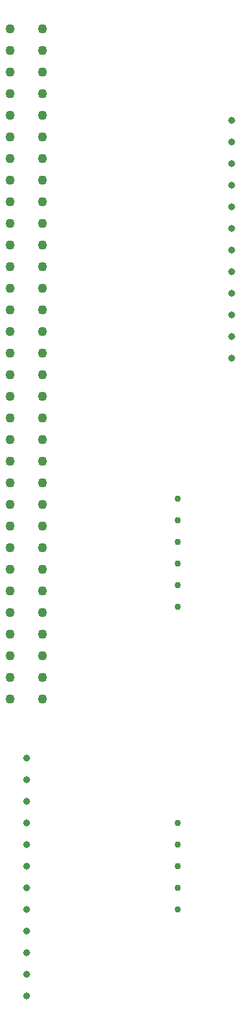
<source format=gbr>
G04 start of page 9 for group -1 layer_idx 268435462 *
G04 Title: (unknown), <virtual group> *
G04 Creator: pcb-rnd 2.3.0 *
G04 CreationDate: 2021-04-02 01:52:25 UTC *
G04 For:  *
G04 Format: Gerber/RS-274X *
G04 PCB-Dimensions: 300000 500000 *
G04 PCB-Coordinate-Origin: lower left *
%MOIN*%
%FSLAX25Y25*%
%LNGLOBAL_VIRTUAL_PDRILL_NONE*%
%ADD54C,0.0300*%
%ADD53C,0.0320*%
%ADD52C,0.0430*%
G54D52*X85000Y160000D03*
Y170000D03*
Y180000D03*
Y190000D03*
Y230000D03*
Y240000D03*
Y250000D03*
Y260000D03*
Y200000D03*
Y210000D03*
Y220000D03*
Y270000D03*
Y280000D03*
Y290000D03*
Y330000D03*
Y340000D03*
Y350000D03*
Y360000D03*
Y300000D03*
Y310000D03*
Y320000D03*
Y370000D03*
Y380000D03*
Y390000D03*
Y430000D03*
Y440000D03*
Y450000D03*
Y460000D03*
Y400000D03*
Y410000D03*
Y420000D03*
Y470000D03*
X70000Y160000D03*
Y170000D03*
Y180000D03*
Y220000D03*
Y230000D03*
Y240000D03*
Y250000D03*
Y190000D03*
Y200000D03*
Y210000D03*
Y260000D03*
Y270000D03*
Y280000D03*
Y320000D03*
Y330000D03*
Y340000D03*
Y350000D03*
Y290000D03*
Y300000D03*
Y310000D03*
Y360000D03*
Y370000D03*
Y380000D03*
Y420000D03*
Y430000D03*
Y440000D03*
Y450000D03*
Y390000D03*
Y400000D03*
Y410000D03*
Y460000D03*
Y470000D03*
G54D53*X77500Y132500D03*
Y122500D03*
Y112500D03*
Y102500D03*
Y92500D03*
Y82500D03*
Y72500D03*
Y62500D03*
Y52500D03*
Y42500D03*
Y32500D03*
Y22500D03*
G54D54*X147500Y92500D03*
Y102500D03*
Y202500D03*
Y212500D03*
Y62500D03*
Y72500D03*
Y82500D03*
Y222500D03*
Y232500D03*
Y242500D03*
Y252500D03*
G54D53*X172500Y317500D03*
Y327500D03*
Y337500D03*
Y347500D03*
Y387500D03*
Y397500D03*
Y407500D03*
Y417500D03*
Y357500D03*
Y367500D03*
Y377500D03*
Y427500D03*
M02*

</source>
